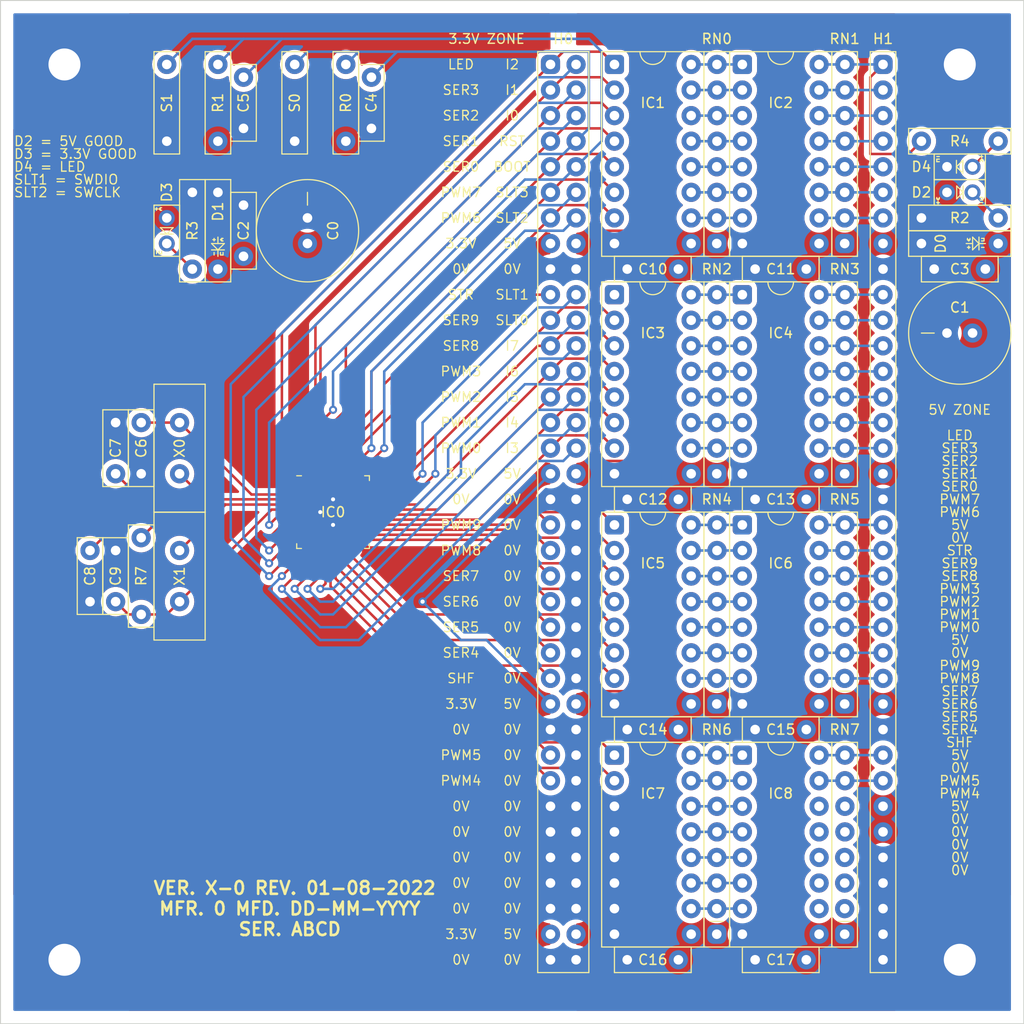
<source format=kicad_pcb>
(kicad_pcb (version 20211014) (generator pcbnew)
  (layers (0 "F.Cu" signal) (31 "B.Cu" signal) (34 "B.Paste" user) (35 "F.Paste" user) (36 "B.SilkS" user "B.Silkscreen") (37 "F.SilkS" user "F.Silkscreen") (38 "B.Mask" user) (39 "F.Mask" user) (44 "Edge.Cuts" user))
  (net 0 "")
  (net 1 "3.3V")
  (net 2 "0V")
  (net 3 "5V")
  (net 4 "NRST")
  (net 5 "BOOT")
  (net 6 "OSC0")
  (net 7 "OSC1")
  (net 8 "OSC2")
  (net 9 "OSC3")
  (net 10 "Net-(D2-Pad1)")
  (net 11 "Net-(D3-Pad1)")
  (net 12 "SLT1{slash}SWDIO")
  (net 13 "SLT2{slash}SWCLK")
  (net 14 "PWM_BLK0_3.3V")
  (net 15 "PWM_BLK0_5V")
  (net 16 "PWM_BLK1_3.3V")
  (net 17 "PWM_BLK1_5V")
  (net 18 "PWM_BLK2_3.3V")
  (net 19 "PWM_BLK2_5V")
  (net 20 "PWM_BLK3_3.3V")
  (net 21 "PWM_BLK3_5V")
  (net 22 "SER_BLK0_3.3V")
  (net 23 "SER_BLK0_5V")
  (net 24 "SER_BLK1_3.3V")
  (net 25 "SER_BLK1_5V")
  (net 26 "SER_BLK2_3.3V")
  (net 27 "SER_BLK2_5V")
  (net 28 "SER_BLK3_3.3V")
  (net 29 "SER_BLK3_5V")
  (net 30 "SER_BLK4_3.3V")
  (net 31 "SER_BLK4_5V")
  (net 32 "SER_BLK5_3.3V")
  (net 33 "SER_BLK5_5V")
  (net 34 "SER_BLK6_3.3V")
  (net 35 "SER_BLK6_5V")
  (net 36 "SER_BLK7_3.3V")
  (net 37 "SER_BLK7_5V")
  (net 38 "SER_BLK8_3.3V")
  (net 39 "SER_BLK8_5V")
  (net 40 "SER_BLK9_3.3V")
  (net 41 "SER_BLK9_5V")
  (net 42 "I_BLK0")
  (net 43 "I_BLK1")
  (net 44 "I_BLK2")
  (net 45 "I_BLK3")
  (net 46 "I_BLK4")
  (net 47 "I_BLK5")
  (net 48 "I_BLK6")
  (net 49 "I_BLK7")
  (net 50 "Net-(D4-Pad2)")
  (net 51 "PWM_BLK4_3.3V")
  (net 52 "PWM_BLK5_3.3V")
  (net 53 "PWM_BLK8_3.3V")
  (net 54 "PWM_BLK9_3.3V")
  (net 55 "PWM_BLK6_3.3V")
  (net 56 "PWM_BLK7_3.3V")
  (net 57 "SLT0")
  (net 58 "PWM_BLK6_5V")
  (net 59 "PWM_BLK5_5V")
  (net 60 "SLT3")
  (net 61 "PWM_BLK4_5V")
  (net 62 "PWM_BLK9_5V")
  (net 63 "PWM_BLK8_5V")
  (net 64 "PWM_BLK7_5V")
  (net 65 "Net-(IC5-Pad10)")
  (net 66 "Net-(IC5-Pad11)")
  (net 67 "Net-(IC1-Pad10)")
  (net 68 "Net-(IC1-Pad11)")
  (net 69 "Net-(IC1-Pad12)")
  (net 70 "Net-(IC1-Pad13)")
  (net 71 "Net-(IC1-Pad14)")
  (net 72 "Net-(IC1-Pad15)")
  (net 73 "Net-(IC1-Pad16)")
  (net 74 "Net-(IC3-Pad10)")
  (net 75 "Net-(IC3-Pad11)")
  (net 76 "Net-(IC3-Pad12)")
  (net 77 "Net-(IC3-Pad13)")
  (net 78 "Net-(IC3-Pad14)")
  (net 79 "Net-(IC3-Pad15)")
  (net 80 "Net-(IC3-Pad16)")
  (net 81 "Net-(IC5-Pad12)")
  (net 82 "Net-(IC5-Pad13)")
  (net 83 "Net-(IC5-Pad14)")
  (net 84 "Net-(IC5-Pad15)")
  (net 85 "Net-(IC5-Pad16)")
  (net 86 "LED_5V")
  (net 87 "LED_3.3V")
  (net 88 "CLK_STR_3.3V")
  (net 89 "CLK_SHF_3.3V")
  (net 90 "CLK_SHF_5V")
  (net 91 "CLK_STR_5V")
  (net 92 "Net-(IC7-Pad10)")
  (net 93 "Net-(IC7-Pad11)")
  (net 94 "Net-(IC7-Pad12)")
  (net 95 "Net-(IC7-Pad13)")
  (net 96 "Net-(IC7-Pad14)")
  (net 97 "Net-(IC7-Pad15)")
  (net 98 "Net-(IC7-Pad16)")
  (net 99 "N{slash}C")
  (footprint "MW:C_L.3in_W.1in_P.2in" (layer "F.Cu") (at 62.23 33.02 -90)
    (fp_text reference "C4")
    (fp_text value "100nF")
  )
  (footprint "MW:DIP-16_W7.62mm_Short" (layer "F.Cu") (at 99.06 54.61)
    (fp_text reference "IC4")
    (fp_text value "ULN2003A")
  )
  (footprint "MW:R_SIP8" (layer "F.Cu") (at 109.22 95.25 180)
    (fp_text reference "RN5")
    (fp_text value "100KO")
  )
  (footprint "MW:DIP-16_W7.62mm_Short" (layer "F.Cu") (at 86.36 77.47)
    (fp_text reference "IC5")
    (fp_text value "ULN2003A")
  )
  (footprint "MW:D_L.4in_W.1in_P.3in" (layer "F.Cu") (at 46.99 52.07 90)
    (fp_text reference "D1")
    (fp_text value "1N4007")
  )
  (footprint "MW:DIP-16_W7.62mm_Short" (layer "F.Cu") (at 86.36 31.75)
    (fp_text reference "IC1")
    (fp_text value "ULN2003A")
  )
  (footprint "MW:C_L.3in_W.1in_P.2in" (layer "F.Cu") (at 92.71 74.93 180)
    (fp_text reference "C12")
    (fp_text value "1uF")
  )
  (footprint "MW:D_L.4in_W.1in_P.3in" (layer "F.Cu") (at 124.46 49.53 180)
    (fp_text reference "D0")
    (fp_text value "1N4007")
  )
  (footprint "MW:DIP-16_W7.62mm_Short" (layer "F.Cu") (at 86.36 100.33)
    (fp_text reference "IC7")
    (fp_text value "ULN2003A")
  )
  (footprint "MW:H_2x36_P.1in" (layer "F.Cu") (at 80.01 31.75)
    (fp_text reference "H0")
    (fp_text value ".1\" HEADER")
  )
  (footprint "MW:C_L.3in_W.1in_P.2in" (layer "F.Cu") (at 34.29 80.01 -90)
    (fp_text reference "C8")
    (fp_text value "22pF")
  )
  (footprint "MW:C_L.3in_W.1in_P.2in" (layer "F.Cu") (at 105.41 74.93 180)
    (fp_text reference "C13")
    (fp_text value "1uF")
  )
  (footprint "MW:J_L.4in_W.1in_P.3in" (layer "F.Cu") (at 54.61 31.75 -90)
    (fp_text reference "S0")
    (fp_text value "BUTTON")
  )
  (footprint "MW:R_L.4in_W.1in_P.3in" (layer "F.Cu") (at 124.46 46.99 180)
    (fp_text reference "R2")
    (fp_text value "330O")
  )
  (footprint "MW:R_L.4in_W.1in_P.3in" (layer "F.Cu") (at 59.69 39.37 90)
    (fp_text reference "R0")
    (fp_text value "10KO")
  )
  (footprint "MW:C_L.3in_W.1in_P.2in" (layer "F.Cu") (at 92.71 52.07 180)
    (fp_text reference "C10")
    (fp_text value "1uF")
  )
  (footprint "MW:DIP-16_W7.62mm_Short" (layer "F.Cu") (at 99.06 31.75)
    (fp_text reference "IC2")
    (fp_text value "ULN2003A")
  )
  (footprint "MW:C_L.3in_W.1in_P.2in" (layer "F.Cu") (at 92.71 97.79 180)
    (fp_text reference "C14")
    (fp_text value "1uF")
  )
  (footprint "MW:C_L.3in_W.1in_P.2in" (layer "F.Cu") (at 105.41 52.07 180)
    (fp_text reference "C11")
    (fp_text value "1uF")
  )
  (footprint "MW:C_L.3in_W.1in_P.2in" (layer "F.Cu") (at 39.37 67.31 -90)
    (fp_text reference "C6")
    (fp_text value "22pF")
  )
  (footprint "MW:C_L.3in_W.1in_P.2in" (layer "F.Cu") (at 36.83 72.39 90)
    (fp_text reference "C7")
    (fp_text value "22pF")
  )
  (footprint "MW:LED_L.2in_W.1in_P.1in" (layer "F.Cu") (at 119.38 41.91)
    (fp_text reference "D4")
    (fp_text value "LED")
  )
  (footprint "MW:C_L.3in_W.1in_P.2in" (layer "F.Cu") (at 36.83 85.09 90)
    (fp_text reference "C9")
    (fp_text value "22pF")
  )
  (footprint "MW:C_L.3in_W.1in_P.2in" (layer "F.Cu") (at 105.41 97.79 180)
    (fp_text reference "C15")
    (fp_text value "1uF")
  )
  (footprint "MW:R_L.4in_W.1in_P.3in" (layer "F.Cu") (at 46.99 39.37 90)
    (fp_text reference "R1")
    (fp_text value "10KO")
  )
  (footprint "MW:C_Radial_D.4in_P.1in" (layer "F.Cu") (at 121.92 58.42 180)
    (fp_text reference "C1")
    (fp_text value "470uF")
  )
  (footprint "MW:R_SIP8" (layer "F.Cu") (at 96.52 95.25 180)
    (fp_text reference "RN4")
    (fp_text value "47KO")
  )
  (footprint "MW:R_L.4in_W.1in_P.3in" (layer "F.Cu") (at 44.45 52.07 90)
    (fp_text reference "R3")
    (fp_text value "220O")
  )
  (footprint "MW:C_L.3in_W.1in_P.2in" (layer "F.Cu") (at 123.19 52.07 180)
    (fp_text reference "C3")
    (fp_text value "1uF")
  )
  (footprint "MW:C_L.3in_W.1in_P.2in" (layer "F.Cu") (at 49.53 50.8 90)
    (fp_text reference "C2")
    (fp_text value "1uF")
  )
  (footprint "MW:R_L.4in_W.1in_P.3in" (layer "F.Cu") (at 116.84 39.37)
    (fp_text reference "R4")
    (fp_text value "330O")
  )
  (footprint "MW:C_L.3in_W.1in_P.2in" (layer "F.Cu") (at 92.71 120.65 180)
    (fp_text reference "C16")
    (fp_text value "1uF")
  )
  (footprint "MW:R_SIP8" (layer "F.Cu") (at 109.22 72.39 180)
    (fp_text reference "RN3")
    (fp_text value "100KO")
  )
  (footprint "MW:R_SIP8" (layer "F.Cu") (at 109.22 49.53 180)
    (fp_text reference "RN1")
    (fp_text value "100KO")
  )
  (footprint "MW:DIP-16_W7.62mm_Short" (layer "F.Cu") (at 99.06 100.33)
    (fp_text reference "IC8")
    (fp_text value "ULN2003A")
  )
  (footprint "MW:R_L.4in_W.1in_P.3in" (layer "F.Cu") (at 39.37 86.36 90)
    (fp_text reference "R7")
    (fp_text value "1MO")
  )
  (footprint "MW:LED_L.2in_W.1in_P.1in" (layer "F.Cu") (at 41.91 49.53 90)
    (fp_text reference "D3")
    (fp_text value "LED")
  )
  (footprint "MW:R_SIP8" (layer "F.Cu") (at 96.52 72.39 180)
    (fp_text reference "RN2")
    (fp_text value "47KO")
  )
  (footprint "MW:R_SIP8" (layer "F.Cu") (at 96.52 49.53 180)
    (fp_text reference "RN0")
    (fp_text value "47KO")
  )
  (footprint "MW:X_L.5in_W.2in_P.2in" (layer "F.Cu") (at 43.18 85.09 90)
    (fp_text reference "X1")
    (fp_text value "32MHz")
  )
  (footprint "MW:R_SIP8" (layer "F.Cu") (at 109.22 118.11 180)
    (fp_text reference "RN7")
    (fp_text value "100KO")
  )
  (footprint "MW:J_L.4in_W.1in_P.3in" (layer "F.Cu") (at 41.91 31.75 -90)
    (fp_text reference "S1")
    (fp_text value "BUTTON")
  )
  (footprint "MW:C_Radial_D.4in_P.1in" (layer "F.Cu") (at 55.88 49.53 90)
    (fp_text reference "C0")
    (fp_text value "470uF")
  )
  (footprint "MW:DIP-16_W7.62mm_Short" (layer "F.Cu") (at 86.36 54.61)
    (fp_text reference "IC3")
    (fp_text value "ULN2003A")
  )
  (footprint "MW:LED_L.2in_W.1in_P.1in" (layer "F.Cu") (at 121.92 44.45 180)
    (fp_text reference "D2")
    (fp_text value "LED")
  )
  (footprint "MW:QFN-48-1EP_7x7mm_P0.5mm_EP5.15x5.15mm" (layer "F.Cu") (at 58.42 76.2)
    (fp_text reference "IC0")
    (fp_text value "GD32E230C8T6")
  )
  (footprint "MW:H_1x36_P.1in" (layer "F.Cu") (at 113.03 31.75)
    (fp_text reference "H1")
    (fp_text value ".1\" HEADER")
  )
  (footprint "MW:X_L.5in_W.2in_P.2in" (layer "F.Cu") (at 43.18 72.39 90)
    (fp_text reference "X0")
    (fp_text value "32.768KHz")
  )
  (footprint "MW:C_L.3in_W.1in_P.2in" (layer "F.Cu") (at 105.41 120.65 180)
    (fp_text reference "C17")
    (fp_text value "1uF")
  )
  (footprint "MW:DIP-16_W7.62mm_Short" (layer "F.Cu") (at 99.06 77.47)
    (fp_text reference "IC6")
    (fp_text value "ULN2003A")
  )
  (footprint "MW:R_SIP8" (layer "F.Cu") (at 96.52 118.11 180)
    (fp_text reference "RN6")
    (fp_text value "47KO")
  )
  (footprint "MW:C_L.3in_W.1in_P.2in" (layer "F.Cu") (at 49.53 33.02 -90)
    (fp_text reference "C5")
    (fp_text value "100nF")
  )
  (gr_line (start 127 127) (end 127 25.4) (layer "Edge.Cuts") (width 0.1))
  (gr_line (start 25.4 127) (end 127 127) (layer "Edge.Cuts") (width 0.1))
  (gr_line (start 25.4 127) (end 25.4 25.4) (layer "Edge.Cuts") (width 0.1))
  (gr_line (start 25.4 25.4) (end 127 25.4) (layer "Edge.Cuts") (width 0.1))
  (gr_text "3.3V" (at 71.12 95.25) (layer "F.SilkS") (effects (font (size 0.9525 0.9525) (thickness 0.127))))
  (gr_text "5V" (at 76.2 95.25) (layer "F.SilkS") (effects (font (size 0.9525 0.9525) (thickness 0.127))))
  (gr_text "SER0" (at 71.12 41.91) (layer "F.SilkS") (effects (font (size 0.9525 0.9525) (thickness 0.127))))
  (gr_text "SER1" (at 71.12 39.37) (layer "F.SilkS") (effects (font (size 0.9525 0.9525) (thickness 0.127))))
  (gr_text "PWM0" (at 120.65 87.63) (layer "F.SilkS") (effects (font (size 0.9525 0.9525) (thickness 0.127))))
  (gr_text "0V" (at 120.65 109.22) (layer "F.SilkS") (effects (font (size 0.9525 0.9525) (thickness 0.127))))
  (gr_text "SHF" (at 71.12 92.71) (layer "F.SilkS") (effects (font (size 0.9525 0.9525) (thickness 0.127))))
  (gr_text "SER4" (at 120.65 97.79) (layer "F.SilkS") (effects (font (size 0.9525 0.9525) (thickness 0.127))))
  (gr_text "SLT3" (at 76.2 44.45) (layer "F.SilkS") (effects (font (size 0.9525 0.9525) (thickness 0.127))))
  (gr_text "3.3V" (at 71.12 72.39) (layer "F.SilkS") (effects (font (size 0.9525 0.9525) (thickness 0.127))))
  (gr_text "SLT1 = SWDIO" (at 26.67 43.18) (layer "F.SilkS") (effects (font (size 0.9525 0.9525) (thickness 0.127)) (justify left)))
  (gr_text "SER5" (at 120.65 96.52) (layer "F.SilkS") (effects (font (size 0.9525 0.9525) (thickness 0.127))))
  (gr_text "PWM5" (at 71.12 100.33) (layer "F.SilkS") (effects (font (size 0.9525 0.9525) (thickness 0.127))))
  (gr_text "PWM1" (at 120.65 86.36) (layer "F.SilkS") (effects (font (size 0.9525 0.9525) (thickness 0.127))))
  (gr_text "0V" (at 71.12 113.03) (layer "F.SilkS") (effects (font (size 0.9525 0.9525) (thickness 0.127))))
  (gr_text "0V" (at 120.65 111.76) (layer "F.SilkS") (effects (font (size 0.9525 0.9525) (thickness 0.127))))
  (gr_text "D3 = 3.3V GOOD\n" (at 26.67 40.64) (layer "F.SilkS") (effects (font (size 0.9525 0.9525) (thickness 0.127)) (justify left)))
  (gr_text "3.3V ZONE" (at 73.66 29.21) (layer "F.SilkS") (effects (font (size 0.9525 0.9525) (thickness 0.127))))
  (gr_text "SER7" (at 120.65 93.98) (layer "F.SilkS") (effects (font (size 0.9525 0.9525) (thickness 0.127))))
  (gr_text "I7" (at 76.2 59.69) (layer "F.SilkS") (effects (font (size 0.9525 0.9525) (thickness 0.127))))
  (gr_text "SHF" (at 120.65 99.06) (layer "F.SilkS") (effects (font (size 0.9525 0.9525) (thickness 0.127))))
  (gr_text "0V" (at 76.2 90.17) (layer "F.SilkS") (effects (font (size 0.9525 0.9525) (thickness 0.127))))
  (gr_text "5V ZONE" (at 120.65 66.04) (layer "F.SilkS") (effects (font (size 0.9525 0.9525) (thickness 0.127))))
  (gr_text "PWM3" (at 71.12 62.23) (layer "F.SilkS") (effects (font (size 0.9525 0.9525) (thickness 0.127))))
  (gr_text "0V" (at 120.65 78.74) (layer "F.SilkS") (effects (font (size 0.9525 0.9525) (thickness 0.127))))
  (gr_text "SER4" (at 71.12 90.17) (layer "F.SilkS") (effects (font (size 0.9525 0.9525) (thickness 0.127))))
  (gr_text "0V" (at 76.2 120.65) (layer "F.SilkS") (effects (font (size 0.9525 0.9525) (thickness 0.127))))
  (gr_text "SER0" (at 120.65 73.66) (layer "F.SilkS") (effects (font (size 0.9525 0.9525) (thickness 0.127))))
  (gr_text "5V" (at 76.2 118.11) (layer "F.SilkS") (effects (font (size 0.9525 0.9525) (thickness 0.127))))
  (gr_text "SER9" (at 120.65 81.28) (layer "F.SilkS") (effects (font (size 0.9525 0.9525) (thickness 0.127))))
  (gr_text "RST" (at 76.2 39.37) (layer "F.SilkS") (effects (font (size 0.9525 0.9525) (thickness 0.127))))
  (gr_text "SER8" (at 71.12 59.69) (layer "F.SilkS") (effects (font (size 0.9525 0.9525) (thickness 0.127))))
  (gr_text "SER3" (at 120.65 69.85) (layer "F.SilkS") (effects (font (size 0.9525 0.9525) (thickness 0.127))))
  (gr_text "0V" (at 76.2 107.95) (layer "F.SilkS") (effects (font (size 0.9525 0.9525) (thickness 0.127))))
  (gr_text "0V" (at 76.2 77.47) (layer "F.SilkS") (effects (font (size 0.9525 0.9525) (thickness 0.127))))
  (gr_text "SLT2 = SWCLK" (at 26.67 44.45) (layer "F.SilkS") (effects (font (size 0.9525 0.9525) (thickness 0.127)) (justify left)))
  (gr_text "PWM4" (at 120.65 104.14) (layer "F.SilkS") (effects (font (size 0.9525 0.9525) (thickness 0.127))))
  (gr_text "0V" (at 76.2 110.49) (layer "F.SilkS") (effects (font (size 0.9525 0.9525) (thickness 0.127))))
  (gr_text "LED" (at 71.12 31.75) (layer "F.SilkS") (effects (font (size 0.9525 0.9525) (thickness 0.127))))
  (gr_text "SER5" (at 71.12 87.63) (layer "F.SilkS") (effects (font (size 0.9525 0.9525) (thickness 0.127))))
  (gr_text "PWM6" (at 120.65 76.2) (layer "F.SilkS") (effects (font (size 0.9525 0.9525) (thickness 0.127))))
  (gr_text "PWM5" (at 120.65 102.87) (layer "F.SilkS") (effects (font (size 0.9525 0.9525) (thickness 0.127))))
  (gr_text "I2" (at 76.2 31.75) (layer "F.SilkS") (effects (font (size 0.9525 0.9525) (thickness 0.127))))
  (gr_text "SER7" (at 71.12 82.55) (layer "F.SilkS") (effects (font (size 0.9525 0.9525) (thickness 0.127))))
  (gr_text "0V" (at 76.2 74.93) (layer "F.SilkS") (effects (font (size 0.9525 0.9525) (thickness 0.127))))
  (gr_text "0V" (at 76.2 52.07) (layer "F.SilkS") (effects (font (size 0.9525 0.9525) (thickness 0.127))))
  (gr_text "5V" (at 76.2 49.53) (layer "F.SilkS") (effects (font (size 0.9525 0.9525) (thickness 0.127))))
  (gr_text "I4" (at 76.2 67.31) (layer "F.SilkS") (effects (font (size 0.9525 0.9525) (thickness 0.127))))
  (gr_text "SLT2" (at 76.2 46.99) (layer "F.SilkS") (effects (font (size 0.9525 0.9525) (thickness 0.127))))
  (gr_text "SER2" (at 120.65 71.12) (layer "F.SilkS") (effects (font (size 0.9525 0.9525) (thickness 0.127))))
  (gr_text "PWM8" (at 71.12 80.01) (layer "F.SilkS") (effects (font (size 0.9525 0.9525) (thickness 0.127))))
  (gr_text "STR" (at 71.12 54.61) (layer "F.SilkS") (effects (font (size 0.9525 0.9525) (thickness 0.127))))
  (gr_text "PWM7" (at 120.65 74.93) (layer "F.SilkS") (effects (font (size 0.9525 0.9525) (thickness 0.127))))
  (gr_text "PWM7" (at 71.12 44.45) (layer "F.SilkS") (effects (font (size 0.9525 0.9525) (thickness 0.127))))
  (gr_text "PWM2" (at 71.12 64.77) (layer "F.SilkS") (effects (font (size 0.9525 0.9525) (thickness 0.127))))
  (gr_text "PWM1" (at 71.12 67.31) (layer "F.SilkS") (effects (font (size 0.9525 0.9525) (thickness 0.127))))
  (gr_text "0V" (at 76.2 92.71) (layer "F.SilkS") (effects (font (size 0.9525 0.9525) (thickness 0.127))))
  (gr_text "SER3" (at 71.12 34.29) (layer "F.SilkS") (effects (font (size 0.9525 0.9525) (thickness 0.127))))
  (gr_text "0V" (at 76.2 82.55) (layer "F.SilkS") (effects (font (size 0.9525 0.9525) (thickness 0.127))))
  (gr_text "0V" (at 120.65 90.17) (layer "F.SilkS") (effects (font (size 0.9525 0.9525) (thickness 0.127))))
  (gr_text "I5" (at 76.2 64.77) (layer "F.SilkS") (effects (font (size 0.9525 0.9525) (thickness 0.127))))
  (gr_text "BOOT" (at 76.2 41.91) (layer "F.SilkS") (effects (font (size 0.9525 0.9525) (thickness 0.127))))
  (gr_text "PWM9" (at 120.65 91.44) (layer "F.SilkS") (effects (font (size 0.9525 0.9525) (thickness 0.127))))
  (gr_text "0V" (at 76.2 80.01) (layer "F.SilkS") (effects (font (size 0.9525 0.9525) (thickness 0.127))))
  (gr_text "PWM0" (at 71.12 69.85) (layer "F.SilkS") (effects (font (size 0.9525 0.9525) (thickness 0.127))))
  (gr_text "0V" (at 71.12 120.65) (layer "F.SilkS") (effects (font (size 0.9525 0.9525) (thickness 0.127))))
  (gr_text "0V" (at 71.12 52.07) (layer "F.SilkS") (effects (font (size 0.9525 0.9525) (thickness 0.127))))
  (gr_text "I6" (at 76.2 62.23) (layer "F.SilkS") (effects (font (size 0.9525 0.9525) (thickness 0.127))))
  (gr_text "0V" (at 71.12 74.93) (layer "F.SilkS") (effects (font (size 0.9525 0.9525) (thickness 0.127))))
  (gr_text "PWM4" (at 71.12 102.87) (layer "F.SilkS") (effects (font (size 0.9525 0.9525) (thickness 0.127))))
  (gr_text "0V" (at 120.65 107.95) (layer "F.SilkS") (effects (font (size 0.9525 0.9525) (thickness 0.127))))
  (gr_text "PWM3" (at 120.65 83.82) (layer "F.SilkS") (effects (font (size 0.9525 0.9525) (thickness 0.127))))
  (gr_text "0V" (at 76.2 97.79) (layer "F.SilkS") (effects (font (size 0.9525 0.9525) (thickness 0.127))))
  (gr_text "SLT1" (at 76.2 54.61) (layer "F.SilkS") (effects (font (size 0.9525 0.9525) (thickness 0.127))))
  (gr_text "PWM2" (at 120.65 85.09) (layer "F.SilkS") (effects (font (size 0.9525 0.9525) (thickness 0.127))))
  (gr_text "0V" (at 76.2 113.03) (layer "F.SilkS") (effects (font (size 0.9525 0.9525) (thickness 0.127))))
  (gr_text "5V" (at 120.65 100.33) (layer "F.SilkS") (effects (font (size 0.9525 0.9525) (thickness 0.127))))
  (gr_text "SER2" (at 71.12 36.83) (layer "F.SilkS") (effects (font (size 0.9525 0.9525) (thickness 0.127))))
  (gr_text "SER1" (at 120.65 72.39) (layer "F.SilkS") (effects (font (size 0.9525 0.9525) (thickness 0.127))))
  (gr_text "0V" (at 71.12 115.57) (layer "F.SilkS") (effects (font (size 0.9525 0.9525) (thickness 0.127))))
  (gr_text "SER8" (at 120.65 82.55) (layer "F.SilkS") (effects (font (size 0.9525 0.9525) (thickness 0.127))))
  (gr_text "5V" (at 120.65 105.41) (layer "F.SilkS") (effects (font (size 0.9525 0.9525) (thickness 0.127))))
  (gr_text "0V" (at 71.12 105.41) (layer "F.SilkS") (effects (font (size 0.9525 0.9525) (thickness 0.127))))
  (gr_text "SLT0" (at 76.2 57.15) (layer "F.SilkS") (effects (font (size 0.9525 0.9525) (thickness 0.127))))
  (gr_text "I3" (at 76.2 69.85) (layer "F.SilkS") (effects (font (size 0.9525 0.9525) (thickness 0.127))))
  (gr_text "0V" (at 120.65 101.6) (layer "F.SilkS") (effects (font (size 0.9525 0.9525) (thickness 0.127))))
  (gr_text "PWM6" (at 71.12 46.99) (layer "F.SilkS") (effects (font (size 0.9525 0.9525) (thickness 0.127))))
  (gr_text "0V" (at 120.65 110.49) (layer "F.SilkS") (effects (font (size 0.9525 0.9525) (thickness 0.127))))
  (gr_text "LED" (at 120.65 68.58) (layer "F.SilkS") (effects (font (size 0.9525 0.9525) (thickness 0.127))))
  (gr_text "PWM9" (at 71.12 77.47) (layer "F.SilkS") (effects (font (size 0.9525 0.9525) (thickness 0.127))))
  (gr_text "0V" (at 71.12 110.49) (layer "F.SilkS") (effects (font (size 0.9525 0.9525) (thickness 0.127))))
  (gr_text "PWM8" (at 120.65 92.71) (layer "F.SilkS") (effects (font (size 0.9525 0.9525) (thickness 0.127))))
  (gr_text "SER9" (at 71.12 57.15) (layer "F.SilkS") (effects (font (size 0.9525 0.9525) (thickness 0.127))))
  (gr_text "0V" (at 76.2 105.41) (layer "F.SilkS") (effects (font (size 0.9525 0.9525) (thickness 0.127))))
  (gr_text "I1" (at 76.2 34.29) (layer "F.SilkS") (effects (font (size 0.9525 0.9525) (thickness 0.127))))
  (gr_text "0V" (at 76.2 87.63) (layer "F.SilkS") (effects (font (size 0.9525 0.9525) (thickness 0.127))))
  (gr_text "SER6" (at 71.12 85.09) (layer "F.SilkS") (effects (font (size 0.9525 0.9525) (thickness 0.127))))
  (gr_text "0V" (at 76.2 115.57) (layer "F.SilkS") (effects (font (size 0.9525 0.9525) (thickness 0.127))))
  (gr_text "SER6" (at 120.65 95.25) (layer "F.SilkS") (effects (font (size 0.9525 0.9525) (thickness 0.127))))
  (gr_text "3.3V" (at 71.12 118.11) (layer "F.SilkS") (effects (font (size 0.9525 0.9525) (thickness 0.127))))
  (gr_text "5V" (at 120.65 88.9) (layer "F.SilkS") (effects (font (size 0.9525 0.9525) (thickness 0.127))))
  (gr_text "0V" (at 76.2 102.87) (layer "F.SilkS") (effects (font (size 0.9525 0.9525) (thickness 0.127))))
  (gr_text "0V" (at 120.65 106.68) (layer "F.SilkS") (effects (font (size 0.9525 0.9525) (thickness 0.127))))
  (gr_text "5V" (at 76.2 72.39) (layer "F.SilkS") (effects (font (size 0.9525 0.9525) (thickness 0.127))))
  (gr_text "STR" (at 120.65 80.01) (layer "F.SilkS") (effects (font (size 0.9525 0.9525) (thickness 0.127))))
  (gr_text "D4 = LED" (at 26.67 41.91) (layer "F.SilkS") (effects (font (size 0.9525 0.9525) (thickness 0.127)) (justify left)))
  (gr_text "5V" (at 120.65 77.47) (layer "F.SilkS") (effects (font (size 0.9525 0.9525) (thickness 0.127))))
  (gr_text "VER. X-0 REV. 01-08-2022\nMFR. 0 MFD. DD-MM-YYYY \nSER. ABCD " (at 54.61 115.57) (layer "F.SilkS") (effects (font (size 1.27 1.27) (thickness 0.254))))
  (gr_text "D2 = 5V GOOD\n" (at 26.67 39.37) (layer "F.SilkS") (effects (font (size 0.9525 0.9525) (thickness 0.127)) (justify left)))
  (gr_text "0V" (at 76.2 85.09) (layer "F.SilkS") (effects (font (size 0.9525 0.9525) (thickness 0.127))))
  (gr_text "I0" (at 76.2 36.83) (layer "F.SilkS") (effects (font (size 0.9525 0.9525) (thickness 0.127))))
  (gr_text "0V" (at 71.12 107.95) (layer "F.SilkS") (effects (font (size 0.9525 0.9525) (thickness 0.127))))
  (gr_text "3.3V" (at 71.12 49.53) (layer "F.SilkS") (effects (font (size 0.9525 0.9525) (thickness 0.127))))
  (gr_text "0V" (at 76.2 100.33) (layer "F.SilkS") (effects (font (size 0.9525 0.9525) (thickness 0.127))))
  (gr_text "0V" (at 71.12 97.79) (layer "F.SilkS") (effects (font (size 0.9525 0.9525) (thickness 0.127))))
  (segment (start 55.67 72.7625) (end 55.32625 73.10625) (width 0.25) (layer "F.Cu") (net 1))
  (segment (start 57.17 77.45) (end 58.42 76.2) (width 0.25) (layer "F.Cu") (net 1))
  (segment (start 67.31 85.09) (end 61.8575 79.6375) (width 0.25) (layer "F.Cu") (net 1))
  (segment (start 53.36 77.45) (end 52.07 78.74) (width 0.25) (layer "F.Cu") (net 1))
  (segment (start 54.9825 77.45) (end 53.36 77.45) (width 0.25) (layer "F.Cu") (net 1))
  (segment (start 61.17 78.95) (end 61.17 79.6375) (width 0.25) (layer "F.Cu") (net 1))
  (segment (start 61.8575 79.6375) (end 61.17 79.6375) (width 0.25) (layer "F.Cu") (net 1))
  (segment (start 54.9825 77.45) (end 57.17 77.45) (width 0.25) (layer "F.Cu") (net 1))
  (segment (start 55.32625 73.10625) (end 61.17 78.95) (width 0.25) (layer "F.Cu") (net 1))
  (segment (start 55.32625 73.10625) (end 54.9825 73.45) (width 0.25) (layer "F.Cu") (net 1))
  (via (at 67.31 85.09) (size 0.8) (drill 0.4) (layers "F.Cu" "B.Cu") (net 1))
  (via (at 67.31 85.09) (size 0.8) (drill 0.4) (layers "F.Cu" "B.Cu") (net 1))
  (segment (start 71.12 88.9) (end 73.66 88.9) (width 0.25) (layer "B.Cu") (net 1))
  (segment (start 67.31 85.09) (end 71.12 88.9) (width 0.25) (layer "B.Cu") (net 1))
  (segment (start 73.66 88.9) (end 80.01 95.25) (width 0.25) (layer "B.Cu") (net 1))
  (segment (start 67.31 85.09) (end 80.01 72.39) (width 0.25) (layer "B.Cu") (net 1))
  (segment (start 60.67 79.6375) (end 60.67 79.127641) (width 0.25) (layer "F.Cu") (net 2))
  (segment (start 58.1474 75.2026) (end 58.42 74.93) (width 0.25) (layer "F.Cu") (net 2))
  (segment (start 56.4 76.95) (end 57.15 76.2) (width 0.25) (layer "F.Cu") (net 2))
  (segment (start 54.9825 76.95) (end 56.4 76.95) (width 0.25) (layer "F.Cu") (net 2))
  (segment (start 56.17 73.308071) (end 58.064529 75.2026) (width 0.25) (layer "F.Cu") (net 2))
  (segment (start 59.012359 77.47) (end 58.42 77.47) (width 0.25) (layer "F.Cu") (net 2))
  (segment (start 58.064529 75.2026) (end 58.1474 75.2026) (width 0.25) (layer "F.Cu") (net 2))
  (segment (start 60.67 79.127641) (end 59.012359 77.47) (width 0.25) (layer "F.Cu") (net 2))
  (segment (start 56.17 72.7625) (end 56.17 73.308071) (width 0.25) (layer "F.Cu") (net 2))
  (via (at 58.42 77.47) (size 0.8) (drill 0.4) (layers "F.Cu" "B.Cu") (net 2))
  (via (at 120.65 31.75) (size 5.08) (drill 3.175) (layers "F.Cu" "B.Cu") (net 2))
  (via (at 120.65 120.65) (size 5.08) (drill 3.175) (layers "F.Cu" "B.Cu") (net 2))
  (via (at 58.42 74.93) (size 0.8) (drill 0.4) (layers "F.Cu" "B.Cu") (net 2))
  (via (at 57.15 76.2) (size 0.8) (drill 0.4) (layers "F.Cu" "B.Cu") (net 2))
  (via (at 31.75 31.75) (size 5.08) (drill 3.175) (layers "F.Cu" "B.Cu") (net 2))
  (via (at 31.75 120.65) (size 5.08) (drill 3.175) (layers "F.Cu" "B.Cu") (net 2))
  (segment (start 57.15 76.2) (end 58.42 77.47) (width 0.25) (layer "B.Cu") (net 2))
  (segment (start 58.42 74.93) (end 57.15 76.2) (width 0.25) (layer "B.Cu") (net 2))
  (segment (start 85.09 93.98) (end 92.71 93.98) (width 0.25) (layer "F.Cu") (net 3))
  (segment (start 85.09 48.26) (end 92.71 48.26) (width 0.25) (layer "F.Cu") (net 3))
  (segment (start 85.09 71.12) (end 92.71 71.12) (width 0.25) (layer "F.Cu") (net 3))
  (segment (start 92.71 48.26) (end 93.98 49.53) (width 0.25) (layer "F.Cu") (net 3))
  (segment (start 83.82 49.53) (end 85.09 48.26) (width 0.25) (layer "F.Cu") (net 3))
  (segment (start 82.55 95.25) (end 83.82 95.25) (width 0.25) (layer "F.Cu") (net 3))
  (segment (start 92.71 93.98) (end 93.98 95.25) (width 0.25) (layer "F.Cu") (net 3))
  (segment (start 92.71 71.12) (end 93.98 72.39) (width 0.25) (layer "F.Cu") (net 3))
  (segment (start 83.82 95.25) (end 85.09 93.98) (width 0.25) (layer "F.Cu") (net 3))
  (segment (start 83.82 72.39) (end 85.09 71.12) (width 0.25) (layer "F.Cu") (net 3))
  (segment (start 82.55 72.39) (end 83.82 72.39) (width 0.25) (layer "F.Cu") (net 3))
  (segment (start 82.55 49.53) (end 83.82 49.53) (width 0.25) (layer "F.Cu") (net 3))
  (segment (start 53.09 76.45) (end 52.07 77.47) (width 0.25) (layer "F.Cu") (net 4))
  (segment (start 54.9825 76.45) (end 53.09 76.45) (width 0.25) (layer "F.Cu") (net 4))
  (via (at 52.07 77.47) (size 0.8) (drill 0.4) (layers "F.Cu" "B.Cu") (net 4))
  (segment (start 52.07 67.31) (end 78.74 40.64) (width 0.25) (layer "B.Cu") (net 4))
  (segment (start 83.82 30.48) (end 64.77 30.48) (width 0.25) (layer "B.Cu") (net 4))
  (segment (start 60.96 30.48) (end 55.88 30.48) (width 0.25) (layer "B.Cu") (net 4))
  (segment (start 64.77 30.48) (end 62.23 33.02) (width 0.25) (layer "B.Cu") (net 4))
  (segment (start 64.77 30.48) (end 60.96 30.48) (width 0.25) (layer "B.Cu") (net 4))
  (segment (start 83.82 38.1) (end 83.82 30.48) (width 0.25) (layer "B.Cu") (net 4))
  (segment (start 82.55 39.37) (end 83.82 38.1) (width 0.25) (layer "B.Cu") (net 4))
  (segment (start 81.28 40.64) (end 82.55 39.37) (width 0.25) (layer "B.Cu") (net 4))
  (segment (start 78.74 40.64) (end 81.28 40.64) (width 0.25) (layer "B.Cu") (net 4))
  (segment (start 52.07 77.47) (end 52.07 67.31) (width 0.25) (layer "B.Cu") (net 4))
  (segment (start 60.96 30.48) (end 59.69 31.75) (width 0.25) (layer "B.Cu") (net 4))
  (segment (start 55.88 30.48) (end 54.61 31.75) (width 0.25) (layer "B.Cu") (net 4))
  (segment (start 57.67 66.79) (end 58.42 66.04) (width 0.25) (layer "F.Cu") (net 5))
  (segment (start 57.67 72.7625) (end 57.67 66.79) (width 0.25) (layer "F.Cu") (net 5))
  (via (at 58.42 66.04) (size 0.8) (drill 0.4) (layers "F.Cu" "B.Cu") (net 5))
  (segment (start 49.53 33.02) (end 53.34 29.21) (width 0.25) (layer "B.Cu") (net 5))
  (segment (start 85.09 30.48) (end 85.09 39.37) (width 0.25) (layer "B.Cu") (net 5))
  (segment (start 58.42 62.23) (end 77.47 43.18) (width 0.25) (layer "B.Cu") (net 5))
  (segment (start 82.55 41.91) (end 81.28 43.18) (width 0.25) (layer "B.Cu") (net 5))
  (segment (start 83.82 29.21) (end 85.09 30.48) (width 0.25) (layer "B.Cu") (net 5))
  (segment (start 85.09 39.37) (end 82.55 41.91) (width 0.25) (layer "B.Cu") (net 5))
  (segment (start 58.42 66.04) (end 58.42 62.23) (width 0.25) (layer "B.Cu") (net 5))
  (segment (start 46.99 31.75) (end 49.53 29.21) (width 0.25) (layer "B.Cu") (net 5))
  (segment (start 77.47 43.18) (end 81.28 43.18) (width 0.25) (layer "B.Cu") (net 5))
  (segment (start 49.53 29.21) (end 83.82 29.21) (width 0.25) (layer "B.Cu") (net 5))
  (segment (start 41.91 31.75) (end 44.45 29.21) (width 0.25) (layer "B.Cu") (net 5))
  (segment (start 44.45 29.21) (end 49.53 29.21) (width 0.25) (layer "B.Cu") (net 5))
  (segment (start 54.9825 74.45) (end 50.32 74.45) (width 0.25) (layer "F.Cu") (net 6))
  (segment (start 43.18 67.31) (end 39.37 67.31) (width 0.25) (layer "F.Cu") (net 6))
  (segment (start 50.32 74.45) (end 43.18 67.31) (width 0.25) (layer "F.Cu") (net 6))
  (segment (start 45.72 74.93) (end 43.18 72.39) (width 0.25) (layer "F.Cu") (net 7))
  (segment (start 39.37 74.93) (end 45.72 74.93) (width 0.25) (layer "F.Cu") (net 7))
  (segment (start 45.72 74.93) (end 54.9625 74.93) (width 0.25) (layer "F.Cu") (net 7))
  (segment (start 36.83 72.39) (end 39.37 74.93) (width 0.25) (layer "F.Cu") (net 7))
  (segment (start 54.9625 74.93) (end 54.9825 74.95) (width 0.25) (layer "F.Cu") (net 7))
  (segment (start 34.29 80.01) (end 38.85 75.45) (width 0.25) (layer "F.Cu") (net 8))
  (segment (start 38.85 75.45) (end 42.66 75.45) (width 0.25) (layer "F.Cu") (net 8))
  (segment (start 42.66 75.45) (end 47.51 75.45) (width 0.25) (layer "F.Cu") (net 8))
  (segment (start 54.9825 75.45) (end 47.51 75.45) (width 0.25) (layer "F.Cu") (net 8))
  (segment (start 47.51 75.45) (end 47.74 75.45) (width 0.25) (layer "F.Cu") (net 8))
  (segment (start 47.74 75.45) (end 43.18 80.01) (width 0.25) (layer "F.Cu") (net 8))
  (segment (start 39.37 78.74) (end 42.66 75.45) (width 0.25) (layer "F.Cu") (net 8))
  (segment (start 52.32 75.95) (end 54.9825 75.95) (width 0.25) (layer "F.Cu") (net 9))
  (segment (start 52.32 75.95) (end 43.18 85.09) (width 0.25) (layer "F.Cu") (net 9))
  (segment (start 39.37 86.36) (end 41.91 86.36) (width 0.25) (layer "F.Cu") (net 9))
  (segment (start 36.83 85.09) (end 38.1 86.36) (width 0.25) (layer "F.Cu") (net 9))
  (segment (start 38.1 86.36) (end 39.37 86.36) (width 0.25) (layer "F.Cu") (net 9))
  (segment (start 43.18 85.09) (end 41.91 86.36) (width 0.25) (layer "F.Cu") (net 9))
  (segment (start 121.92 44.45) (end 124.46 46.99) (width 0.25) (layer "B.Cu") (net 10))
  (segment (start 41.91 49.53) (end 44.45 52.07) (width 0.25) (layer "F.Cu") (net 11))
  (segment (start 65.25 74.45) (end 61.8575 74.45) (width 0.25) (layer "F.Cu") (net 12))
  (segment (start 67.31 72.39) (end 65.25 74.45) (width 0.25) (layer "F.Cu") (net 12))
  (via (at 67.31 72.39) (size 0.8) (drill 0.4) (layers "F.Cu" "B.Cu") (net 12))
  (segment (start 81.28 55.88) (end 82.55 54.61) (width 0.25) (layer "B.Cu") (net 12))
  (segment (start 67.31 72.39) (end 67.31 67.31) (width 0.25) (layer "B.Cu") (net 12))
  (segment (start 67.31 67.31) (end 78.74 55.88) (width 0.25) (layer "B.Cu") (net 12))
  (segment (start 78.74 55.88) (end 81.28 55.88) (width 0.25) (layer "B.Cu") (net 12))
  (segment (start 61.17 72.7625) (end 61.17 72.18) (width 0.25) (layer "F.Cu") (net 13))
  (segment (start 61.17 72.18) (end 63.5 69.85) (width 0.25) (layer "F.Cu") (net 13))
  (via (at 63.5 69.85) (size 0.8) (drill 0.4) (layers "F.Cu" "B.Cu") (net 13))
  (segment (start 81.28 48.26) (end 77.47 48.26) (width 0.25) (layer "B.Cu") (net 13))
  (segment (start 77.47 48.26) (end 63.5 62.23) (width 0.25) (layer "B.Cu") (net 13))
  (segment (start 63.5 62.23) (end 63.5 69.85) (width 0.25) (layer "B.Cu") (net 13))
  (segment (start 82.55 46.99) (end 81.28 48.26) (width 0.25) (layer "B.Cu") (net 13))
  (segment (start 81.28 68.58) (end 82.55 68.58) (width 0.25) (layer "F.Cu") (net 14))
  (segment (start 72.91 76.95) (end 80.01 69.85) (width 0.25) (layer "F.Cu") (net 14))
  (segment (start 80.01 69.85) (end 81.28 68.58) (width 0.25) (layer "F.Cu") (net 14))
  (segment (start 85.09 68.58) (end 86.36 69.85) (width 0.25) (layer "F.Cu") (net 14))
  (segment (start 61.8575 76.95) (end 72.91 76.95) (width 0.25) (layer "F.Cu") (net 14))
  (segment (start 82.55 68.58) (end 85.09 68.58) (width 0.25) (layer "F.Cu") (net 14))
  (segment (start 113.03 69.85) (end 106.68 69.85) (width 0.25) (layer "B.Cu") (net 15))
  (segment (start 85.09 66.04) (end 86.36 67.31) (width 0.25) (layer "F.Cu") (net 16))
  (segment (start 80.01 67.31) (end 81.28 66.04) (width 0.25) (layer "F.Cu") (net 16))
  (segment (start 70.87 76.45) (end 80.01 67.31) (width 0.25) (layer "F.Cu") (net 16))
  (segment (start 61.8575 76.45) (end 70.87 76.45) (width 0.25) (layer "F.Cu") (net 16))
  (segment (start 81.28 66.04) (end 85.09 66.04) (width 0.25) (layer "F.Cu") (net 16))
  (segment (start 113.03 67.31) (end 106.68 67.31) (width 0.25) (layer "B.Cu") (net 17))
  (segment (start 61.8575 75.95) (end 68.83 75.95) (width 0.25) (layer "F.Cu") (net 18))
  (segment (start 80.01 64.77) (end 81.28 63.5) (width 0.25) (layer "F.Cu") (net 18))
  (segment (start 68.83 75.95) (end 80.01 64.77) (width 0.25) (layer "F.Cu") (net 18))
  (segment (start 81.28 63.5) (end 85.09 63.5) (width 0.25) (layer "F.Cu") (net 18))
  (segment (start 85.09 63.5) (end 86.36 64.77) (width 0.25) (layer "F.Cu") (net 18))
  (segment (start 113.03 64.77) (end 106.68 64.77) (width 0.25) (layer "B.Cu") (net 19))
  (segment (start 66.79 75.45) (end 80.01 62.23) (width 0.25) (layer "F.Cu") (net 20))
  (segment (start 81.28 60.96) (end 85.09 60.96) (width 0.25) (layer "F.Cu") (net 20))
  (segment (start 61.8575 75.45) (end 66.79 75.45) (width 0.25) (layer "F.Cu") (net 20))
  (segment (start 80.01 62.23) (end 81.28 60.96) (width 0.25) (layer "F.Cu") (net 20))
  (segment (start 85.09 60.96) (end 86.36 62.23) (width 0.25) (layer "F.Cu") (net 20))
  (segment (start 113.03 62.23) (end 106.68 62.23) (width 0.25) (layer "B.Cu") (net 21))
  (segment (start 58.67 72.7625) (end 58.67 68.33) (width 0.25) (layer "F.Cu") (net 22))
  (segment (start 58.67 68.33) (end 60.96 66.04) (width 0.25) (layer "F.Cu") (net 22))
  (segment (start 80.01 41.91) (end 81.28 40.64) (width 0.25) (layer "F.Cu") (net 22))
  (segment (start 85.09 40.64) (end 86.36 41.91) (width 0.25) (layer "F.Cu") (net 22))
  (segment (start 60.96 66.04) (end 60.96 60.96) (width 0.25) (layer "F.Cu") (net 22))
  (segment (start 81.28 40.64) (end 85.09 40.64) (width 0.25) (layer "F.Cu") (net 22))
  (segment (start 60.96 60.96) (end 80.01 41.91) (width 0.25) (layer "F.Cu") (net 22))
  (segment (start 113.03 41.91) (end 106.68 41.91) (width 0.25) (layer "B.Cu") (net 23))
  (segment (start 59.69 66.04) (end 59.69 59.69) (width 0.25) (layer "F.Cu") (net 24))
  (segment (start 58.17 67.56) (end 59.69 66.04) (width 0.25) (layer "F.Cu") (net 24))
  (segment (start 80.01 39.37) (end 81.28 38.1) (width 0.25) (layer "F.Cu") (net 24))
  (segment (start 85.09 38.1) (end 86.36 39.37) (width 0.25) (layer "F.Cu") (net 24))
  (segment (start 58.17 72.7625) (end 58.17 67.56) (width 0.25) (layer "F.Cu") (net 24))
  (segment (start 81.28 38.1) (end 85.09 38.1) (width 0.25) (layer "F.Cu") (net 24))
  (segment (start 59.69 59.69) (end 80.01 39.37) (width 0.25) (layer "F.Cu") (net 24))
  (segment (start 113.03 39.37) (end 106.68 39.37) (width 0.25) (layer "B.Cu") (net 25))
  (segment (start 85.09 35.56) (end 86.36 36.83) (width 0.25) (layer "F.Cu") (net 26))
  (segment (start 81.28 35.56) (end 85.09 35.56) (width 0.25) (layer "F.Cu") (net 26))
  (segment (start 57.17 59.67) (end 80.01 36.83) (width 0.25) (layer "F.Cu") (net 26))
  (segment (start 80.01 36.83) (end 81.28 35.56) (width 0.25) (layer "F.Cu") (net 26))
  (segment (start 57.17 72.7625) (end 57.17 59.67) (width 0.25) (layer "F.Cu") (net 26))
  (segment (start 113.03 36.83) (end 106.68 36.83) (width 0.25) (layer "B.Cu") (net 27))
  (segment (start 80.01 34.29) (end 56.67 57.63) (width 0.25) (layer "F.Cu") (net 28))
  (segment (start 85.09 33.02) (end 86.36 34.29) (width 0.25) (layer "F.Cu") (net 28))
  (segment (start 80.01 34.29) (end 81.28 33.02) (width 0.25) (layer "F.Cu") (net 28))
  (segment (start 81.28 33.02) (end 85.09 33.02) (width 0.25) (layer "F.Cu") (net 28))
  (segment (start 56.67 57.63) (end 56.67 72.7625) (width 0.25) (layer "F.Cu") (net 28))
  (segment (start 113.03 34.29) (end 106.68 34.29) (width 0.25) (layer "B.Cu") (net 29))
  (segment (start 67.31 88.9) (end 78.74 88.9) (width 0.25) (layer "F.Cu") (net 30))
  (segment (start 78.74 88.9) (end 80.01 90.17) (width 0.25) (layer "F.Cu") (net 30))
  (segment (start 85.09 88.9) (end 86.36 90.17) (width 0.25) (layer "F.Cu") (net 30))
  (segment (start 78.74 88.9) (end 85.09 88.9) (width 0.25) (layer "F.Cu") (net 30))
  (segment (start 59.67 81.26) (end 67.31 88.9) (width 0.25) (layer "F.Cu") (net 30))
  (segment (start 59.67 79.6375) (end 59.67 81.26) (width 0.25) (layer "F.Cu") (net 30))
  (segment (start 113.03 90.17) (end 106.68 90.17) (width 0.25) (layer "B.Cu") (net 31))
  (segment (start 85.09 86.36) (end 86.36 87.63) (width 0.25) (layer "F.Cu") (net 32))
  (segment (start 80.01 87.63) (end 78.74 86.36) (width 0.25) (layer "F.Cu") (net 32))
  (segment (start 60.17 79.6375) (end 60.17 80.49) (width 0.25) (layer "F.Cu") (net 32))
  (segment (start 66.04 86.36) (end 85.09 86.36) (width 0.25) (layer "F.Cu") (net 32))
  (segment (start 60.17 80.49) (end 66.04 86.36) (width 0.25) (layer "F.Cu") (net 32))
  (segment (start 113.03 87.63) (end 106.68 87.63) (width 0.25) (layer "B.Cu") (net 33))
  (segment (start 61.8575 78.95) (end 73.87 78.95) (width 0.25) (layer "F.Cu") (net 34))
  (segment (start 85.09 83.82) (end 86.36 85.09) (width 0.25) (layer "F.Cu") (net 34))
  (segment (start 78.74 83.82) (end 85.09 83.82) (width 0.25) (layer "F.Cu") (net 34))
  (segment (start 73.87 78.95) (end 78.74 83.82) (width 0.25) (layer "F.Cu") (net 34))
  (segment (start 78.74 83.82) (end 80.01 85.09) (width 0.25) (layer "F.Cu") (net 34))
  (segment (start 113.03 85.09) (end 106.68 85.09) (width 0.25) (layer "B.Cu") (net 35))
  (segment (start 61.8575 78.45) (end 75.91 78.45) (width 0.25) (layer "F.Cu") (net 36))
  (segment (start 85.09 81.28) (end 86.36 82.55) (width 0.25) (layer "F.Cu") (net 36))
  (segment (start 78.74 81.28) (end 85.09 81.28) (width 0.25) (layer "F.Cu") (net 36))
  (segment (start 75.91 78.45) (end 78.74 81.28) (width 0.25) (layer "F.Cu") (net 36))
  (segment (start 78.74 81.28) (end 80.01 82.55) (width 0.25) (layer "F.Cu") (net 36))
  (segment (start 113.03 82.55) (end 106.68 82.55) (width 0.25) (layer "B.Cu") (net 37))
  (segment (start 81.28 58.42) (end 85.09 58.42) (width 0.25) (layer "F.Cu") (net 38))
  (segment (start 80.01 59.69) (end 81.28 58.42) (width 0.25) (layer "F.Cu") (net 38))
  (segment (start 85.09 58.42) (end 86.36 59.69) (width 0.25) (layer "F.Cu") (net 38))
  (segment (start 61.8575 73.95) (end 64.48 73.95) (width 0.25) (layer "F.Cu") (net 38))
  (segment (start 64.48 73.95) (end 78.74 59.69) (width 0.25) (layer "F.Cu") (net 38))
  (segment (start 78.74 59.69) (end 80.01 59.69) (width 0.25) (layer "F.Cu") (net 38))
  (segment (start 113.03 59.69) (end 106.68 59.69) (width 0.25) (layer "B.Cu") (net 39))
  (segment (start 85.09 55.88) (end 86.36 57.15) (width 0.25) (layer "F.Cu") (net 40))
  (segment (start 81.28 55.88) (end 85.09 55.88) (width 0.25) (layer "F.Cu") (net 40))
  (segment (start 61.8575 73.45) (end 63.71 73.45) (width 0.25) (layer "F.Cu") (net 40))
  (segment (start 63.71 73.45) (end 80.01 57.15) (width 0.25) (layer "F.Cu") (net 40))
  (segment (start 80.01 57.15) (end 81.28 55.88) (width 0.25) (layer "F.Cu") (net 40))
  (segment (start 113.03 57.15) (end 106.68 57.15) (width 0.25) (layer "B.Cu") (net 41))
  (segment (start 52.07 80.01) (end 54.13 77.95) (width 0.25) (layer "F.Cu") (net 42))
  (segment (start 54.13 77.95) (end 54.9825 77.95) (width 0.25) (layer "F.Cu") (net 42))
  (via (at 52.07 80.01) (size 0.8) (drill 0.4) (layers "F.Cu" "B.Cu") (net 42))
  (segment (start 50.8 66.04) (end 50.8 78.74) (width 0.25) (layer "B.Cu") (net 42))
  (segment (start 81.28 38.1) (end 78.74 38.1) (width 0.25) (layer "B.Cu") (net 42))
  (segment (start 82.55 36.83) (end 81.28 38.1) (width 0.25) (layer "B.Cu") (net 42))
  (segment (start 78.74 38.1) (end 50.8 66.04) (width 0.25) (layer "B.Cu") (net 42))
  (segment (start 50.8 78.74) (end 52.07 80.01) (width 0.25) (layer "B.Cu") (net 42))
  (segment (start 53.975 79.375) (end 53.975 78.74) (width 0.25) (layer "F.Cu") (net 43))
  (segment (start 52.07 81.28) (end 53.975 79.375) (width 0.25) (layer "F.Cu") (net 43))
  (segment (start 54.265 78.45) (end 54.9825 78.45) (width 0.25) (layer "F.Cu") (net 43))
  (segment (start 53.975 78.74) (end 54.265 78.45) (width 0.25) (layer "F.Cu") (net 43))
  (via (at 52.07 81.28) (size 0.8) (drill 0.4) (layers "F.Cu" "B.Cu") (net 43))
  (segment (start 82.55 34.29) (end 81.28 35.56) (width 0.25) (layer "B.Cu") (net 43))
  (segment (start 49.53 64.77) (end 78.74 35.56) (width 0.25) (layer "B.Cu") (net 43))
  (segment (start 81.28 35.56) (end 78.74 35.56) (width 0.25) (layer "B.Cu") (net 43))
  (segment (start 49.53 78.74) (end 49.53 64.77) (width 0.25) (layer "B.Cu") (net 43))
  (segment (start 52.07 81.28) (end 49.53 78.74) (width 0.25) (layer "B.Cu") (net 43))
  (segment (start 54.9825 79.6375) (end 52.07 82.55) (width 0.25) (layer "F.Cu") (net 44))
  (segment (start 54.9825 78.95) (end 54.9825 79.6375) (width 0.25) (layer "F.Cu") (net 44))
  (via (at 52.07 82.55) (size 0.8) (drill 0.4) (layers "F.Cu" "B.Cu") (net 44))
  (segment (start 81.28 33.02) (end 78.74 33.02) (width 0.25) (layer "B.Cu") (net 44))
  (segment (start 78.74 33.02) (end 48.26 63.5) (width 0.25) (layer "B.Cu") (net 44))
  (segment (start 48.26 78.74) (end 52.07 82.55) (width 0.25) (layer "B.Cu") (net 44))
  (segment (start 48.26 63.5) (end 48.26 78.74) (width 0.25) (layer "B.Cu") (net 44))
  (segment (start 82.55 31.75) (end 81.28 33.02) (width 0.25) (layer "B.Cu") (net 44))
  (segment (start 55.67 79.6375) (end 55.67 80.22) (width 0.25) (layer "F.Cu") (net 45))
  (segment (start 55.67 80.22) (end 53.34 82.55) (width 0.25) (layer "F.Cu") (net 45))
  (via (at 53.34 82.55) (size 0.8) (drill 0.4) (layers "F.Cu" "B.Cu") (net 45))
  (segment (start 78.74 71.12) (end 81.28 71.12) (width 0.25) (layer "B.Cu") (net 45))
  (segment (start 52.07 83.82) (end 57.15 88.9) (width 0.25) (layer "B.Cu") (net 45))
  (segment (start 81.28 71.12) (end 82.55 69.85) (width 0.25) (layer "B.Cu") (net 45))
  (segment (start 57.15 88.9) (end 60.96 88.9) (width 0.25) (layer "B.Cu") (net 45))
  (segment (start 53.34 82.55) (end 52.07 83.82) (width 0.25) (layer "B.Cu") (net 45))
  (segment (start 60.96 88.9) (end 78.74 71.12) (width 0.25) (layer "B.Cu") (net 45))
  (segment (start 56.17 80.99) (end 53.34 83.82) (width 0.25) (layer "F.Cu") (net 46))
  (segment (start 56.17 79.6375) (end 56.17 80.99) (width 0.25) (layer "F.Cu") (net 46))
  (via (at 53.34 83.82) (size 0.8) (drill 0.4) (layers "F.Cu" "B.Cu") (net 46))
  (segment (start 59.69 87.63) (end 57.15 87.63) (width 0.25) (layer "B.Cu") (net 46))
  (segment (start 82.55 67.31) (end 81.28 68.58) (width 0.25) (layer "B.Cu") (net 46))
  (segment (start 53.34 83.82) (end 57.15 87.63) (width 0.25) (layer "B.Cu") (net 46))
  (segment (start 78.74 68.58) (end 59.69 87.63) (width 0.25) (layer "B.Cu") (net 46))
  (segment (start 81.28 68.58) (end 78.74 68.58) (width 0.25) (layer "B.Cu") (net 46))
  (segment (start 56.67 79.6375) (end 56.67 81.76) (width 0.25) (layer "F.Cu") (net 47))
  (segment (start 56.67 81.76) (end 54.61 83.82) (width 0.25) (layer "F.Cu") (net 47))
  (via (at 54.61 83.82) (size 0.8) (drill 0.4) (layers "F.Cu" "B.Cu") (net 47))
  (segment (start 78.74 66.04) (end 81.28 66.04) (width 0.25) (layer "B.Cu") (net 47))
  (segment (start 57.15 86.36) (end 58.42 86.36) (width 0.25) (layer "B.Cu") (net 47))
  (segment (start 81.28 66.04) (end 82.55 64.77) (width 0.25) (layer "B.Cu") (net 47))
  (segment (start 58.42 86.36) (end 78.74 66.04) (width 0.25) (layer "B.Cu") (net 47))
  (segment (start 54.61 83.82) (end 57.15 86.36) (width 0.25) (layer "B.Cu") (net 47))
  (segment (start 57.17 82.53) (end 55.88 83.82) (width 0.25) (layer "F.Cu") (net 48))
  (segment (start 57.17 79.6375) (end 57.17 82.53) (width 0.25) (layer "F.Cu") (net 48))
  (via (at 55.88 83.82) (size 0.8) (drill 0.4) (layers "F.Cu" "B.Cu") (net 48))
  (segment (start 71.12 69.85) (end 71.12 72.39) (width 0.25) (layer "B.Cu") (net 48))
  (segment (start 57.15 85.09) (end 55.88 83.82) (width 0.25) (layer "B.Cu") (net 48))
  (segment (start 82.55 62.23) (end 81.28 63.5) (width 0.25) (layer "B.Cu") (net 48))
  (segment (start 58.42 85.09) (end 57.15 85.09) (width 0.25) (layer "B.Cu") (net 48))
  (segment (start 77.47 63.5) (end 71.12 69.85) (width 0.25) (layer "B.Cu") (net 48))
  (segment (start 71.12 72.39) (end 58.42 85.09) (width 0.25) (layer "B.Cu") (net 48))
  (segment (start 81.28 63.5) (end 77.47 63.5) (width 0.25) (layer "B.Cu") (net 48))
  (segment (start 57.67 79.6375) (end 57.67 83.3) (width 0.25) (layer "F.Cu") (net 49))
  (segment (start 57.67 83.3) (end 57.15 83.82) (width 0.25) (layer "F.Cu") (net 49))
  (via (at 57.15 83.82) (size 0.8) (drill 0.4) (layers "F.Cu" "B.Cu") (net 49))
  (segment (start 78.74 60.96) (end 81.28 60.96) (width 0.25) (layer "B.Cu") (net 49))
  (segment (start 58.42 83.82) (end 69.85 72.39) (width 0.25) (layer "B.Cu") (net 49))
  (segment (start 82.55 59.69) (end 81.28 60.96) (width 0.25) (layer "B.Cu") (net 49))
  (segment (start 57.15 83.82) (end 58.42 83.82) (width 0.25) (layer "B.Cu") (net 49))
  (segment (start 69.85 72.39) (end 69.85 69.85) (width 0.25) (layer "B.Cu") (net 49))
  (segment (start 69.85 69.85) (end 78.74 60.96) (width 0.25) (layer "B.Cu") (net 49))
  (segment (start 124.46 39.37) (end 121.92 41.91) (width 0.25) (layer "F.Cu") (net 50))
  (segment (start 80.01 102.87) (end 78.74 101.6) (width 0.25) (layer "F.Cu") (net 51))
  (segment (start 58.17 79.6375) (end 58.17 83.57) (width 0.25) (layer "F.Cu") (net 51))
  (segment (start 85.09 101.6) (end 86.36 102.87) (width 0.25) (layer "F.Cu") (net 51))
  (segment (start 78.74 101.6) (end 77.47 101.6) (width 0.25) (layer "F.Cu") (net 51))
  (segment (start 58.17 83.57) (end 76.2 101.6) (width 0.25) (layer "F.Cu") (net 51))
  (segment (start 77.47 101.6) (end 85.09 101.6) (width 0.25) (layer "F.Cu") (net 51))
  (segment (start 76.2 101.6) (end 77.47 101.6) (width 0.25) (layer "F.Cu") (net 51))
  (segment (start 58.67 79.6375) (end 58.67 82.8) (width 0.25) (layer "F.Cu") (net 52))
  (segment (start 58.67 82.8) (end 74.93 99.06) (width 0.25) (layer "F.Cu") (net 52))
  (segment (start 80.01 100.33) (end 78.74 99.06) (width 0.25) (layer "F.Cu") (net 52))
  (segment (start 85.09 99.06) (end 86.36 100.33) (width 0.25) (layer "F.Cu") (net 52))
  (segment (start 74.93 99.06) (end 85.09 99.06) (width 0.25) (layer "F.Cu") (net 52))
  (segment (start 78.74 78.74) (end 80.01 80.01) (width 0.25) (layer "F.Cu") (net 53))
  (segment (start 81.28 78.74) (end 78.74 78.74) (width 0.25) (layer "F.Cu") (net 53))
  (segment (start 77.95 77.95) (end 78.74 78.74) (width 0.25) (layer "F.Cu") (net 53))
  (segment (start 61.8575 77.95) (end 77.95 77.95) (width 0.25) (layer "F.Cu") (net 53))
  (segment (start 81.28 78.74) (end 85.09 78.74) (width 0.25) (layer "F.Cu") (net 53))
  (segment (start 85.09 78.74) (end 86.36 80.01) (width 0.25) (layer "F.Cu") (net 53))
  (segment (start 78.74 76.2) (end 80.01 77.47) (width 0.25) (layer "F.Cu") (net 54))
  (segment (start 81.28 76.2) (end 85.09 76.2) (width 0.25) (layer "F.Cu") (net 54))
  (segment (start 85.09 76.2) (end 86.36 77.47) (width 0.25) (layer "F.Cu") (net 54))
  (segment (start 78.74 76.2) (end 81.28 76.2) (width 0.25) (layer "F.Cu") (net 54))
  (segment (start 61.8575 77.45) (end 77.49 77.45) (width 0.25) (layer "F.Cu") (net 54))
  (segment (start 77.49 77.45) (end 78.74 76.2) (width 0.25) (layer "F.Cu") (net 54))
  (segment (start 59.67 69.87) (end 63.5 66.04) (width 0.25) (layer "F.Cu") (net 55))
  (segment (start 63.5 66.04) (end 63.5 63.5) (width 0.25) (layer "F.Cu") (net 55))
  (segment (start 59.67 72.7625) (end 59.67 72.41) (width 0.25) (layer "F.Cu") (net 55))
  (segment (start 80.01 46.99) (end 81.28 45.72) (width 0.25) (layer "F.Cu") (net 55))
  (segment (start 59.67 72.41) (end 59.69 72.39) (width 0.25) (layer "F.Cu") (net 55))
  (segment (start 63.5 63.5) (end 80.01 46.99) (width 0.25) (layer "F.Cu") (net 55))
  (segment (start 59.67 72.7625) (end 59.67 69.87) (width 0.25) (layer "F.Cu") (net 55))
  (segment (start 81.28 45.72) (end 85.09 45.72) (width 0.25) (layer "F.Cu") (net 55))
  (segment (start 85.09 45.72) (end 86.36 46.99) (width 0.25) (layer "F.Cu") (net 55))
  (segment (start 59.17 72.7625) (end 59.17 69.1) (width 0.25) (layer "F.Cu") (net 56))
  (segment (start 81.28 43.18) (end 85.09 43.18) (width 0.25) (layer "F.Cu") (net 56))
  (segment (start 62.23 62.23) (end 80.01 44.45) (width 0.25) (layer "F.Cu") (net 56))
  (segment (start 85.09 43.18) (end 86.36 44.45) (width 0.25) (layer "F.Cu") (net 56))
  (segment (start 62.23 66.04) (end 62.23 62.23) (width 0.25) (layer "F.Cu") (net 56))
  (segment (start 59.17 69.1) (end 62.23 66.04) (width 0.25) (layer "F.Cu") (net 56))
  (segment (start 80.01 44.45) (end 81.28 43.18) (width 0.25) (layer "F.Cu") (net 56))
  (segment (start 68.58 72.39) (end 66.02 74.95) (width 0.25) (layer "F.Cu") (net 57))
  (segment (start 66.02 74.95) (end 61.8575 74.95) (width 0.25) (layer "F.Cu") (net 57))
  (via (at 68.58 72.39) (size 0.8) (drill 0.4) (layers "F.Cu" "B.Cu") (net 57))
  (segment (start 68.58 68.58) (end 78.74 58.42) (width 0.25) (layer "B.Cu") (net 57))
  (segment (start 78.74 58.42) (end 81.28 58.42) (width 0.25) (layer "B.Cu") (net 57))
  (segment (start 81.28 58.42) (end 82.55 57.15) (width 0.25) (layer "B.Cu") (net 57))
  (segment (start 68.58 72.39) (end 68.58 68.58) (width 0.25) (layer "B.Cu") (net 57))
  (segment (start 113.03 46.99) (end 106.68 46.99) (width 0.25) (layer "B.Cu") (net 58))
  (segment (start 113.03 100.33) (end 106.68 100.33) (width 0.25) (layer "B.Cu") (net 59))
  (segment (start 60.67 71.41) (end 62.23 69.85) (width 0.25) (layer "F.Cu") (net 60))
  (segment (start 60.67 72.7625) (end 60.67 71.41) (width 0.25) (layer "F.Cu") (net 60))
  (via (at 62.23 69.85) (size 0.8) (drill 0.4) (layers "F.Cu" "B.Cu") (net 60))
  (segment (start 81.28 45.72) (end 82.55 44.45) (width 0.25) (layer "B.Cu") (net 60))
  (segment (start 78.74 45.72) (end 81.28 45.72) (width 0.25) (layer "B.Cu") (net 60))
  (segment (start 62.23 62.23) (end 78.74 45.72) (width 0.25) (layer "B.Cu") (net 60))
  (segment (start 62.23 69.85) (end 62.23 62.23) (width 0.25) (layer "B.Cu") (net 60))
  (segment (start 113.03 102.87) (end 106.68 102.87) (width 0.25) (layer "B.Cu") (net 61))
  (segment (start 113.03 77.47) (end 106.68 77.47) (width 0.25) (layer "B.Cu") (net 62))
  (segment (start 113.03 80.01) (end 106.68 80.01) (width 0.25) (layer "B.Cu") (net 63))
  (segment (start 113.03 44.45) (end 106.68 44.45) (width 0.25) (layer "B.Cu") (net 64))
  (segment (start 93.98 92.71) (end 99.06 92.71) (width 0.25) (layer "B.Cu") (net 65))
  (segment (start 93.98 90.17) (end 99.06 90.17) (width 0.25) (layer "B.Cu") (net 66))
  (segment (start 93.98 46.99) (end 99.06 46.99) (width 0.25) (layer "B.Cu") (net 67))
  (segment (start 93.98 44.45) (end 99.06 44.45) (width 0.25) (layer "B.Cu") (net 68))
  (segment (start 93.98 41.91) (end 99.06 41.91) (width 0.25) (layer "B.Cu") (net 69))
  (segment (start 93.98 39.37) (end 99.06 39.37) (width 0.25) (layer "B.Cu") (net 70))
  (segment (start 93.98 36.83) (end 99.06 36.83) (width 0.25) (layer "B.Cu") (net 71))
  (segment (start 93.98 34.29) (end 99.06 34.29) (width 0.25) (layer "B.Cu") (net 72))
  (segment (start 93.98 31.75) (end 99.06 31.75) (width 0.25) (layer "B.Cu") (net 73))
  (segment (start 93.98 69.85) (end 99.06 69.85) (width 0.25) (layer "B.Cu") (net 74))
  (segment (start 93.98 67.31) (end 99.06 67.31) (width 0.25) (layer "B.Cu") (net 75))
  (segment (start 93.98 64.77) (end 99.06 64.77) (width 0.25) (layer "B.Cu") (net 76))
  (segment (start 93.98 62.23) (end 99.06 62.23) (width 0.25) (layer "B.Cu") (net 77))
  (segment (start 93.98 59.69) (end 99.06 59.69) (width 0.25) (layer "B.Cu") (net 78))
  (segment (start 93.98 57.15) (end 99.06 57.15) (width 0.25) (layer "B.Cu") (net 79))
  (segment (start 93.98 54.61) (end 99.06 54.61) (width 0.25) (layer "B.Cu") (net 80))
  (segment (start 93.98 87.63) (end 99.06 87.63) (width 0.25) (layer "B.Cu") (net 81))
  (segment (start 93.98 85.09) (end 99.06 85.09) (width 0.25) (layer "B.Cu") (net 82))
  (segment (start 93.98 82.55) (end 99.06 82.55) (width 0.25) (layer "B.Cu") (net 83))
  (segment (start 93.98 80.01) (end 99.06 80.01) (width 0.25) (layer "B.Cu") (net 84))
  (segment (start 93.98 77.47) (end 99.06 77.47) (width 0.25) (layer "B.Cu") (net 85))
  (segment (start 111.76 40.64) (end 115.57 40.64) (width 0.25) (layer "F.Cu") (net 86))
  (segment (start 113.03 31.75) (end 111.76 33.02) (width 0.25) (layer "F.Cu") (net 86))
  (segment (start 111.76 33.02) (end 111.76 40.64) (width 0.25) (layer "F.Cu") (net 86))
  (segment (start 115.57 40.64) (end 116.84 39.37) (width 0.25) (layer "F.Cu") (net 86))
  (segment (start 113.03 31.75) (end 106.68 31.75) (width 0.25) (layer "B.Cu") (net 86))
  (segment (start 80.01 31.75) (end 53.34 58.42) (width 0.25) (layer "F.Cu") (net 87))
  (segment (start 54.368658 73.95) (end 54.9825 73.95) (width 0.25) (layer "F.Cu") (net 87))
  (segment (start 80.01 31.75) (end 81.28 30.48) (width 0.25) (layer "F.Cu") (net 87))
  (segment (start 53.34 72.921342) (end 54.368658 73.95) (width 0.25) (layer "F.Cu") (net 87))
  (segment (start 53.34 58.42) (end 53.34 72.921342) (width 0.25) (layer "F.Cu") (net 87))
  (segment (start 81.28 30.48) (end 85.09 30.48) (width 0.25) (layer "F.Cu") (net 87))
  (segment (start 85.09 30.48) (end 86.36 31.75) (width 0.25) (layer "F.Cu") (net 87))
  (segment (start 76.2 54.61) (end 60.17 70.64) (width 0.25) (layer "F.Cu") (net 88))
  (segment (start 80.01 54.61) (end 76.2 54.61) (width 0.25) (layer "F.Cu") (net 88))
  (segment (start 60.17 70.64) (end 60.17 72.7625) (width 0.25) (layer "F.Cu") (net 88))
  (segment (start 78.74 91.44) (end 80.01 92.71) (width 0.25) (layer "F.Cu") (net 89))
  (segment (start 78.74 91.44) (end 85.09 91.44) (width 0.25) (layer "F.Cu") (net 89))
  (segment (start 68.58 91.44) (end 78.74 91.44) (width 0.25) (layer "F.Cu") (net 89))
  (segment (start 85.09 91.44) (end 86.36 92.71) (width 0.25) (layer "F.Cu") (net 89))
  (segment (start 59.17 79.6375) (end 59.17 82.03) (width 0.25) (layer "F.Cu") (net 89))
  (segment (start 59.17 82.03) (end 68.58 91.44) (width 0.25) (layer "F.Cu") (net 89))
  (segment (start 113.03 92.71) (end 106.68 92.71) (width 0.25) (layer "B.Cu") (net 90))
  (segment (start 113.03 54.61) (end 106.68 54.61) (width 0.25) (layer "B.Cu") (net 91))
  (segment (start 93.98 115.57) (end 99.06 115.57) (width 0.25) (layer "B.Cu") (net 92))
  (segment (start 93.98 113.03) (end 99.06 113.03) (width 0.25) (layer "B.Cu") (net 93))
  (segment (start 93.98 110.49) (end 99.06 110.49) (width 0.25) (layer "B.Cu") (net 94))
  (segment (start 93.98 107.95) (end 99.06 107.95) (width 0.25) (layer "B.Cu") (net 95))
  (segment (start 93.98 105.41) (end 99.06 105.41) (width 0.25) (layer "B.Cu") (net 96))
  (segment (start 93.98 102.87) (end 99.06 102.87) (width 0.25) (layer "B.Cu") (net 97))
  (segment (start 93.98 100.33) (end 99.06 100.33) (width 0.25) (layer "B.Cu") (net 98))
  (zone (net 0) (net_name "") (layer "F.Cu") (connect_pads yes (clearance 0)) (min_thickness 0.254)
    (keepout (tracks allowed) (vias allowed) (pads allowed) (copperpour not_allowed) (footprints allowed))
    (fill (thermal_gap 0.508) (thermal_bridge_width 0.508))
    (polygon (pts (xy 38.1 38.1) (xy 25.4 38.1) (xy 25.4 25.4) (xy 38.1 25.4)))
  )
  (zone (net 0) (net_name "") (layer "F.Cu") (connect_pads yes (clearance 0)) (min_thickness 0.254)
    (keepout (tracks allowed) (vias allowed) (pads allowed) (copperpour not_allowed) (footprints allowed))
    (fill (thermal_gap 0.508) (thermal_bridge_width 0.508))
    (polygon (pts (xy 38.1 127) (xy 25.4 127) (xy 25.4 114.3) (xy 38.1 114.3)))
  )
  (zone (net 3) (net_name "5V") (layer "F.Cu") (connect_pads yes (clearance 0.508)) (min_thickness 0.254) (fill yes (thermal_gap 0.508) (thermal_bridge_width 0.508))
    (polygon (pts (xy 125.73 125.73) (xy 82.55 125.73) (xy 82.55 26.67) (xy 125.73 26.67)))
  )
  (zone (net 0) (net_name "") (layer "F.Cu") (connect_pads yes (clearance 0)) (min_thickness 0.254)
    (keepout (tracks allowed) (vias allowed) (pads allowed) (copperpour not_allowed) (footprints allowed))
    (fill (thermal_gap 0.508) (thermal_bridge_width 0.508))
    (polygon (pts (xy 127 127) (xy 114.3 127) (xy 114.3 114.3) (xy 127 114.3)))
  )
  (zone (net 1) (net_name "3.3V") (layer "F.Cu") (connect_pads yes (clearance 0.508)) (min_thickness 0.254) (fill yes (thermal_gap 0.508) (thermal_bridge_width 0.508))
    (polygon (pts (xy 80.01 125.73) (xy 26.67 125.73) (xy 26.67 26.67) (xy 80.01 26.67)))
  )
  (zone (net 0) (net_name "") (layer "F.Cu") (connect_pads yes (clearance 0)) (min_thickness 0.254)
    (keepout (tracks allowed) (vias allowed) (pads allowed) (copperpour not_allowed) (footprints allowed))
    (fill (thermal_gap 0.508) (thermal_bridge_width 0.508))
    (polygon (pts (xy 127 38.1) (xy 114.3 38.1) (xy 114.3 25.4) (xy 127 25.4)))
  )
  (zone (net 2) (net_name "0V") (layer "B.Cu") (connect_pads yes (clearance 0.508)) (min_thickness 0.254) (fill yes (thermal_gap 0.508) (thermal_bridge_width 0.508))
    (polygon (pts (xy 125.73 125.73) (xy 26.67 125.73) (xy 26.67 26.67) (xy 125.73 26.67)))
  )
)
</source>
